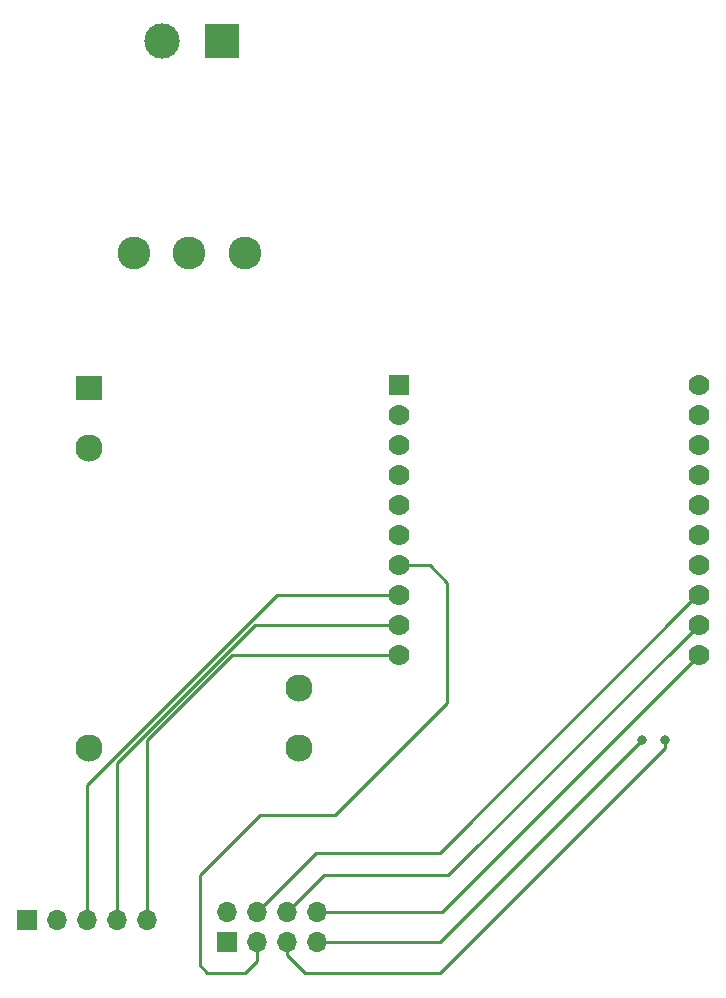
<source format=gbr>
%TF.GenerationSoftware,KiCad,Pcbnew,(6.0.0-0)*%
%TF.CreationDate,2023-01-03T09:21:55+01:00*%
%TF.ProjectId,epanel-controller,6570616e-656c-42d6-936f-6e74726f6c6c,rev?*%
%TF.SameCoordinates,Original*%
%TF.FileFunction,Copper,L1,Top*%
%TF.FilePolarity,Positive*%
%FSLAX46Y46*%
G04 Gerber Fmt 4.6, Leading zero omitted, Abs format (unit mm)*
G04 Created by KiCad (PCBNEW (6.0.0-0)) date 2023-01-03 09:21:55*
%MOMM*%
%LPD*%
G01*
G04 APERTURE LIST*
%TA.AperFunction,ComponentPad*%
%ADD10R,1.700000X1.700000*%
%TD*%
%TA.AperFunction,ComponentPad*%
%ADD11O,1.700000X1.700000*%
%TD*%
%TA.AperFunction,ComponentPad*%
%ADD12R,2.300000X2.000000*%
%TD*%
%TA.AperFunction,ComponentPad*%
%ADD13C,2.300000*%
%TD*%
%TA.AperFunction,ComponentPad*%
%ADD14C,2.775000*%
%TD*%
%TA.AperFunction,ComponentPad*%
%ADD15R,3.000000X3.000000*%
%TD*%
%TA.AperFunction,ComponentPad*%
%ADD16C,3.000000*%
%TD*%
%TA.AperFunction,ComponentPad*%
%ADD17R,1.778000X1.778000*%
%TD*%
%TA.AperFunction,ComponentPad*%
%ADD18C,1.778000*%
%TD*%
%TA.AperFunction,ViaPad*%
%ADD19C,0.800000*%
%TD*%
%TA.AperFunction,Conductor*%
%ADD20C,0.250000*%
%TD*%
G04 APERTURE END LIST*
D10*
%TO.P,J1,1,Pin_1*%
%TO.N,+5V*%
X103510000Y-129540000D03*
D11*
%TO.P,J1,2,Pin_2*%
%TO.N,GND*%
X106050000Y-129540000D03*
%TO.P,J1,3,Pin_3*%
%TO.N,/INTR*%
X108590000Y-129540000D03*
%TO.P,J1,4,Pin_4*%
%TO.N,/SDA*%
X111130000Y-129540000D03*
%TO.P,J1,5,Pin_5*%
%TO.N,/SCL*%
X113670000Y-129540000D03*
%TD*%
D12*
%TO.P,PS1,1,AC/L*%
%TO.N,Net-(PS1-Pad1)*%
X108727500Y-84455000D03*
D13*
%TO.P,PS1,3,AC/N*%
%TO.N,NEUT*%
X108727500Y-89535000D03*
%TO.P,PS1,5,NC*%
%TO.N,unconnected-(PS1-Pad5)*%
X108727500Y-114935000D03*
%TO.P,PS1,14,-Vo*%
%TO.N,GND*%
X126507500Y-114935000D03*
%TO.P,PS1,16,+Vo*%
%TO.N,+5V*%
X126507500Y-109855000D03*
%TD*%
D14*
%TO.P,SW1,1,A*%
%TO.N,LINE*%
X121920000Y-73025000D03*
%TO.P,SW1,2,B*%
%TO.N,Net-(PS1-Pad1)*%
X117220000Y-73025000D03*
%TO.P,SW1,3,C*%
%TO.N,unconnected-(SW1-Pad3)*%
X112520000Y-73025000D03*
%TD*%
D15*
%TO.P,J2,1,Pin_1*%
%TO.N,LINE*%
X120015000Y-55110000D03*
D16*
%TO.P,J2,2,Pin_2*%
%TO.N,NEUT*%
X114935000Y-55110000D03*
%TD*%
D17*
%TO.P,U1,1,+5V*%
%TO.N,+5V*%
X134940000Y-84230000D03*
D18*
%TO.P,U1,2,+3.3V_(out)*%
%TO.N,+3V3*%
X134940000Y-86770000D03*
%TO.P,U1,3,GND*%
%TO.N,GND*%
X134940000Y-89310000D03*
%TO.P,U1,4,ESP_EN*%
%TO.N,unconnected-(U1-Pad4)*%
X134940000Y-91850000D03*
%TO.P,U1,5,GPIO0*%
%TO.N,unconnected-(U1-Pad5)*%
X134940000Y-94390000D03*
%TO.P,U1,6,GPIO1*%
%TO.N,unconnected-(U1-Pad6)*%
X134940000Y-96930000D03*
%TO.P,U1,7,GPIO2*%
%TO.N,/TIC*%
X134940000Y-99470000D03*
%TO.P,U1,8,GPIO3*%
%TO.N,/INTR*%
X134940000Y-102010000D03*
%TO.P,U1,9,GPIO4*%
%TO.N,/SDA*%
X134940000Y-104550000D03*
%TO.P,U1,10,GPIO5*%
%TO.N,/SCL*%
X134940000Y-107090000D03*
%TO.P,U1,11,GPIO13*%
%TO.N,/MOSI*%
X160340000Y-107090000D03*
%TO.P,U1,12,GPIO14*%
%TO.N,/MISO*%
X160340000Y-104550000D03*
%TO.P,U1,13,GPIO15*%
%TO.N,/SCLK*%
X160340000Y-102010000D03*
%TO.P,U1,14,GPIO16*%
%TO.N,unconnected-(U1-Pad14)*%
X160340000Y-99470000D03*
%TO.P,U1,15,GPIO32*%
%TO.N,/CS1*%
X160340000Y-96930000D03*
%TO.P,U1,16,GPIO33*%
%TO.N,/CS2*%
X160340000Y-94390000D03*
%TO.P,U1,17,GPIO34*%
%TO.N,unconnected-(U1-Pad17)*%
X160340000Y-91850000D03*
%TO.P,U1,18,GPIO35*%
%TO.N,unconnected-(U1-Pad18)*%
X160340000Y-89310000D03*
%TO.P,U1,19,GPIO36*%
%TO.N,unconnected-(U1-Pad19)*%
X160340000Y-86770000D03*
%TO.P,U1,20,GPIO39*%
%TO.N,unconnected-(U1-Pad20)*%
X160340000Y-84230000D03*
%TD*%
D10*
%TO.P,J3,1,Pin_1*%
%TO.N,+3V3*%
X120396000Y-131394200D03*
D11*
%TO.P,J3,2,Pin_2*%
%TO.N,GND*%
X120396000Y-128854200D03*
%TO.P,J3,3,Pin_3*%
%TO.N,/TIC*%
X122936000Y-131394200D03*
%TO.P,J3,4,Pin_4*%
%TO.N,/SCLK*%
X122936000Y-128854200D03*
%TO.P,J3,5,Pin_5*%
%TO.N,/CS1*%
X125476000Y-131394200D03*
%TO.P,J3,6,Pin_6*%
%TO.N,/MISO*%
X125476000Y-128854200D03*
%TO.P,J3,7,Pin_7*%
%TO.N,/CS2*%
X128016000Y-131394200D03*
%TO.P,J3,8,Pin_8*%
%TO.N,/MOSI*%
X128016000Y-128854200D03*
%TD*%
D19*
%TO.N,/CS1*%
X157480000Y-114300000D03*
%TO.N,/CS2*%
X155575000Y-114300000D03*
%TD*%
D20*
%TO.N,/CS1*%
X157480000Y-114935000D02*
X157480000Y-114300000D01*
X152400000Y-120015000D02*
X157480000Y-114935000D01*
%TO.N,/CS2*%
X153035000Y-116840000D02*
X155575000Y-114300000D01*
%TO.N,/CS1*%
X138430000Y-133985000D02*
X152400000Y-120015000D01*
X125476000Y-132461000D02*
X125730000Y-132715000D01*
X128270000Y-133985000D02*
X138430000Y-133985000D01*
X125476000Y-131394200D02*
X125476000Y-132461000D01*
X125730000Y-132715000D02*
X127000000Y-133985000D01*
X127000000Y-133985000D02*
X128270000Y-133985000D01*
%TO.N,/CS2*%
X138480800Y-131394200D02*
X153035000Y-116840000D01*
X128016000Y-131394200D02*
X138480800Y-131394200D01*
%TO.N,/SCLK*%
X122936000Y-128854200D02*
X127965200Y-123825000D01*
X127965200Y-123825000D02*
X138430000Y-123825000D01*
X138430000Y-123825000D02*
X160245000Y-102010000D01*
X160245000Y-102010000D02*
X160340000Y-102010000D01*
%TO.N,/MISO*%
X160340000Y-104550000D02*
X139160000Y-125730000D01*
X139160000Y-125730000D02*
X138430000Y-125730000D01*
X133350000Y-125730000D02*
X138430000Y-125730000D01*
X125476000Y-128854200D02*
X128600200Y-125730000D01*
X128600200Y-125730000D02*
X133350000Y-125730000D01*
%TO.N,/MOSI*%
X128016000Y-128854200D02*
X138575800Y-128854200D01*
X138575800Y-128854200D02*
X160340000Y-107090000D01*
%TO.N,/TIC*%
X122936000Y-131394200D02*
X122936000Y-132969000D01*
X122936000Y-132969000D02*
X121920000Y-133985000D01*
X137570000Y-99470000D02*
X134940000Y-99470000D01*
X121920000Y-133985000D02*
X118745000Y-133985000D01*
X118745000Y-133985000D02*
X118110000Y-133350000D01*
X118110000Y-133350000D02*
X118110000Y-125730000D01*
X118110000Y-125730000D02*
X123190000Y-120650000D01*
X139065000Y-111125000D02*
X139065000Y-100965000D01*
X123190000Y-120650000D02*
X129540000Y-120650000D01*
X129540000Y-120650000D02*
X139065000Y-111125000D01*
X139065000Y-100965000D02*
X137570000Y-99470000D01*
%TO.N,/INTR*%
X108590000Y-129540000D02*
X108590000Y-118103565D01*
X124683565Y-102010000D02*
X134940000Y-102010000D01*
X108590000Y-118103565D02*
X124683565Y-102010000D01*
%TO.N,/SDA*%
X111130000Y-129540000D02*
X111130000Y-116199282D01*
X111130000Y-116199282D02*
X122779282Y-104550000D01*
X122779282Y-104550000D02*
X134940000Y-104550000D01*
%TO.N,/SCL*%
X113665000Y-120602225D02*
X113665000Y-114300000D01*
X113670000Y-120607225D02*
X113665000Y-120602225D01*
X113665000Y-114300000D02*
X120875000Y-107090000D01*
X113670000Y-129540000D02*
X113670000Y-120607225D01*
X120875000Y-107090000D02*
X134940000Y-107090000D01*
%TD*%
M02*

</source>
